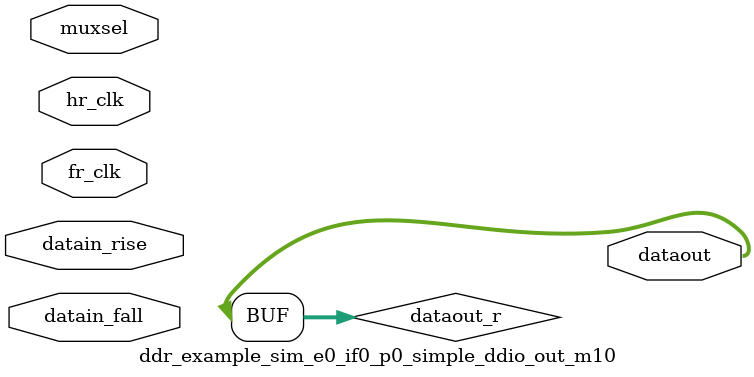
<source format=sv>




`timescale 1 ps / 1 ps

module ddr_example_sim_e0_if0_p0_simple_ddio_out_m10(
	hr_clk,
	fr_clk,
	datain_rise,
        datain_fall,
        muxsel,
	dataout
);

// *****************************************************************
// BEGIN PARAMETER SECTION

parameter DATA_WIDTH = ""; 

// END PARAMETER SECTION
// *****************************************************************

input	hr_clk;
input   fr_clk;
input	[DATA_WIDTH-1:0] datain_rise;
input   [DATA_WIDTH-1:0] datain_fall;
input   muxsel;
output	[DATA_WIDTH-1:0] dataout;

generate
genvar i, j;
	(* altera_attribute = {"-name ALLOW_SYNCH_CTRL_USAGE OFF"}*) reg [DATA_WIDTH-1:0] datain_r /* synthesis dont_merge syn_noprune syn_preserve = 1 */;
	(* altera_attribute = {"-name ALLOW_SYNCH_CTRL_USAGE OFF"}*) reg [DATA_WIDTH-1:0] datain_f /* synthesis dont_merge syn_noprune syn_preserve = 1 */;


        always_ff @ (posedge hr_clk )
	begin
		datain_r <= datain_rise;
	end

        always_ff @ (negedge hr_clk)
        begin
                datain_f <= datain_fall;
        end


	reg [DATA_WIDTH-1:0] dataout_r /* synthesis dont_merge syn_noprune syn_preserve = 1 */;
	for (i=0; i<DATA_WIDTH; i=i+1)
	begin: ddio_group

                always_ff @ (posedge fr_clk)
                begin
                        if (muxsel)
                        begin
			        dataout_r[i] <= datain_f;
                        end else begin
                                dataout_r[i] <= datain_r;
                        end
		end
	end
	
	assign dataout = dataout_r;
	
endgenerate
endmodule

</source>
